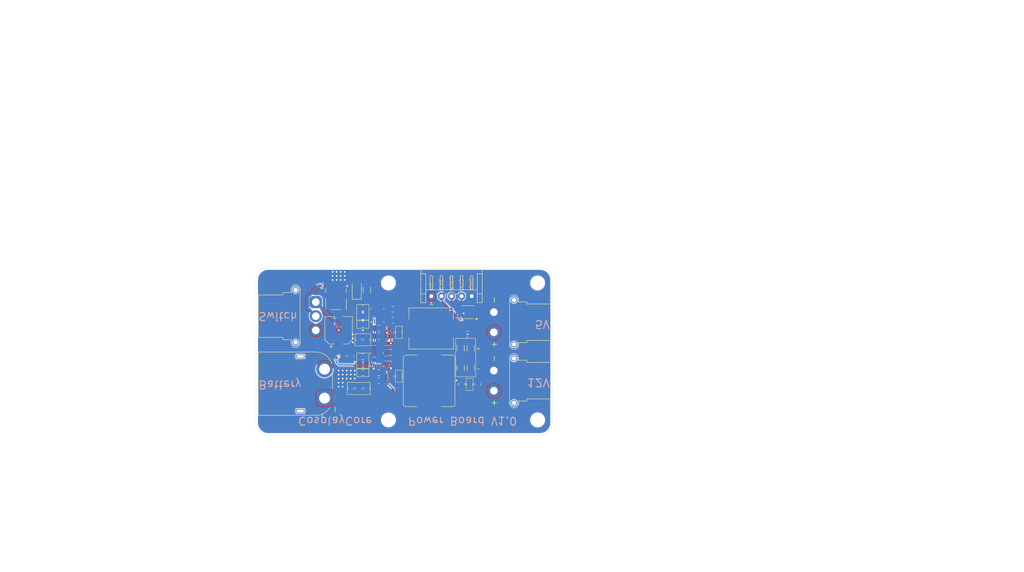
<source format=kicad_pcb>
(kicad_pcb (version 20241229) (generator "pcbnew") (generator_version "9.0")
  (layers (0 "F.Cu" signal) (2 "B.Cu" signal) (13 "F.Paste" user) (15 "B.Paste" user) (5 "F.SilkS" user "F.Silkscreen") (7 "B.SilkS" user "B.Silkscreen") (1 "F.Mask" user) (3 "B.Mask" user) (25 "Edge.Cuts" user))
  (net 0 "")
  (net 1 "+BATT")
  (net 2 "Net-(U1-BOOT)")
  (net 3 "+5V")
  (net 4 "Net-(U2-BOOT)")
  (net 5 "+12V")
  (net 6 "Net-(J1-Pin_1)")
  (net 7 "Net-(Q1-G)")
  (net 8 "Net-(U1-FB)")
  (net 9 "Net-(U2-FB)")
  (net 10 "PGND")
  (net 11 "Net-(U1-SS)")
  (net 12 "/I2C_Dat")
  (net 13 "/I2C_CLK")
  (net 14 "Net-(U3-VIN)")
  (net 15 "+3V3")
  (net 16 "AGND")
  (net 17 "/ADR1")
  (net 18 "/ADR0")
  (net 20 "Net-(U2-SS)")
  (net 21 "Net-(U2-SW)")
  (net 22 "Net-(D1-A)")
  (net 23 "/EN")
  (net 24 "Net-(U1-MODE)")
  (net 25 "Net-(U2-MODE)")
  (net 28 "Net-(U1-SW)")
  (footprint "Connector_JST:JST_EH_S5B-EH_1x05_P2.50mm_Horizontal" (layer "F.Cu") (at 131.5 87.5325)
    (property "Reference" "J4" (hide yes))
    (property "Value" "I2C")
  )
  (footprint "Capacitor_SMD:CP_Elec_6.3x7.7" (layer "F.Cu") (at 108.5 96 90)
    (property "Reference" "C1" (hide yes))
    (property "Value" "150u")
  )
  (footprint "Capacitor_SMD:C_0805_2012Metric" (layer "F.Cu") (at 114.504002 104.545998)
    (property "Reference" "C11" (hide yes))
    (property "Value" "22u")
  )
  (footprint "footprints:RPA0010A-MFG" (layer "F.Cu") (at 117.954002 103.29 90)
    (property "Reference" "U2" (hide yes))
    (property "Value" "TPS56A37RPAR")
  )
  (footprint "Package_SO:ONSemi_SO-8FL_488AA" (layer "F.Cu") (at 107.85 87.755 -90)
    (property "Reference" "Q1" (hide yes))
    (property "Value" "NTMFS5C430NLT1G")
  )
  (footprint "Capacitor_SMD:C_0805_2012Metric" (layer "F.Cu") (at 115.5 110.45 90)
    (property "Reference" "C18" (hide yes))
    (property "Value" "10u")
  )
  (footprint "Resistor_SMD:R_0805_2012Metric" (layer "F.Cu") (at 111.5 102.4125 90)
    (property "Reference" "R2" (hide yes))
    (property "Value" "10k")
  )
  (footprint "Capacitor_SMD:C_0805_2012Metric" (layer "F.Cu") (at 121.45 104.425)
    (property "Reference" "C13" (hide yes))
    (property "Value" "22n")
  )
  (footprint "Resistor_SMD:R_0805_2012Metric" (layer "F.Cu") (at 118.454002 97.5)
    (property "Reference" "R3" (hide yes))
    (property "Value" "52.3k")
  )
  (footprint "MountingHole:MountingHole_3.2mm_M3" (layer "F.Cu") (at 120.85 118.25)
    (property "Reference" "H2" (hide yes))
    (property "Value" "MountingHole")
  )
  (footprint "Resistor_SMD:R_1206_3216Metric" (layer "F.Cu") (at 138.75 100.4625 -90)
    (property "Reference" "R11" (hide yes))
    (property "Value" "10k")
  )
  (footprint "Resistor_SMD:R_0805_2012Metric" (layer "F.Cu") (at 109.5 102.4125 -90)
    (property "Reference" "R1" (hide yes))
    (property "Value" "115k")
  )
  (footprint "Resistor_SMD:R_1206_3216Metric" (layer "F.Cu") (at 141.25 100.4625 -90)
    (property "Reference" "R13" (hide yes))
    (property "Value" "10k")
  )
  (footprint "Capacitor_SMD:C_0805_2012Metric" (layer "F.Cu") (at 114.504002 90.5)
    (property "Reference" "C2" (hide yes))
    (property "Value" "10u")
  )
  (footprint "Capacitor_SMD:C_0805_2012Metric" (layer "F.Cu") (at 114.504002 106.545998)
    (property "Reference" "C12" (hide yes))
    (property "Value" "100n")
  )
  (footprint "Capacitor_SMD:C_0805_2012Metric" (layer "F.Cu") (at 113.454002 98.3 90)
    (property "Reference" "C8" (hide yes))
    (property "Value" "22u")
  )
  (footprint "MountingHole:MountingHole_3.2mm_M3" (layer "F.Cu") (at 157.85 118.25)
    (property "Reference" "H4" (hide yes))
    (property "Value" "MountingHole")
  )
  (footprint "Capacitor_SMD:C_0805_2012Metric" (layer "F.Cu") (at 139 109.375 -90)
    (property "Reference" "C19" (hide yes))
    (property "Value" "100n")
  )
  (footprint "Resistor_SMD:R_0805_2012Metric" (layer "F.Cu") (at 123.454002 96.5 90)
    (property "Reference" "R5" (hide yes))
    (property "Value" "10k")
  )
  (footprint "Resistor_SMD:R_0805_2012Metric" (layer "F.Cu") (at 141 109.4125 90)
    (property "Reference" "R10" (hide yes))
    (property "Value" "10k")
  )
  (footprint "Resistor_SMD:R_0805_2012Metric" (layer "F.Cu") (at 121.454002 96.5 -90)
    (property "Reference" "R4" (hide yes))
    (property "Value" "73.2k")
  )
  (footprint "Inductor_SMD:L_APV_APH1030" (layer "F.Cu") (at 131.454002 95.545998)
    (property "Reference" "L1" (hide yes))
    (property "Value" "3.3u")
  )
  (footprint "Package_SO:MSOP-8_3x3mm_P0.65mm" (layer "F.Cu") (at 140.5 91.5 180)
    (property "Reference" "U3" (hide yes))
    (property "Value" "ADC081C021CIMM")
  )
  (footprint "Capacitor_SMD:C_0805_2012Metric" (layer "F.Cu") (at 114.504002 102.545998)
    (property "Reference" "C10" (hide yes))
    (property "Value" "22u")
  )
  (footprint "Connector_AMASS:AMASS_XT30PW-F_1x02_P2.50mm_Horizontal" (layer "F.Cu") (at 147 91.5 -90)
    (property "Reference" "J2" (hide yes))
    (property "Value" "Conn_01x02_Socket")
  )
  (footprint "Resistor_SMD:R_0805_2012Metric" (layer "F.Cu") (at 118.454002 108.5)
    (property "Reference" "R6" (hide yes))
    (property "Value" "52.3k")
  )
  (footprint "Capacitor_SMD:C_0805_2012Metric" (layer "F.Cu") (at 118.454002 106.5 180)
    (property "Reference" "C15" (hide yes))
    (property "Value" "33p")
  )
  (footprint "Capacitor_SMD:C_0805_2012Metric" (layer "F.Cu") (at 140.45 97)
    (property "Reference" "C20" (hide yes))
    (property "Value" "4.7u")
  )
  (footprint "Capacitor_SMD:C_0805_2012Metric" (layer "F.Cu") (at 121.404002 101.5 180)
    (property "Reference" "C14" (hide yes))
    (property "Value" "100n")
  )
  (footprint "Capacitor_SMD:C_0805_2012Metric" (layer "F.Cu") (at 115.454002 98.3 90)
    (property "Reference" "C9" (hide yes))
    (property "Value" "22u")
  )
  (footprint "Connector_AMASS:AMASS_MR30PW-FB_1x03_P3.50mm_Horizontal" (layer "F.Cu") (at 102.825 89 90)
    (property "Reference" "SW1" (hide yes))
    (property "Value" "SW_SPDT")
  )
  (footprint "Resistor_SMD:R_1206_3216Metric" (layer "F.Cu") (at 138.75 105.3875 -90)
    (property "Reference" "R12" (hide yes))
    (property "Value" "10k")
  )
  (footprint "Capacitor_SMD:C_0805_2012Metric" (layer "F.Cu") (at 111.49 110.45 90)
    (property "Reference" "C16" (hide yes))
    (property "Value" "10u")
  )
  (footprint "Capacitor_SMD:C_0805_2012Metric" (layer "F.Cu") (at 114.504002 92.5)
    (property "Reference" "C3" (hide yes))
    (property "Value" "10u")
  )
  (footprint "Resistor_SMD:R_0805_2012Metric" (layer "F.Cu") (at 123.454002 107.4125 90)
    (property "Reference" "R8" (hide yes))
    (property "Value" "10k")
  )
  (footprint "footprints:RPA0010A-MFG" (layer "F.Cu") (at 118.104001 92.29 90)
    (property "Reference" "U1" (hide yes))
    (property "Value" "TPS56A37RPAR")
  )
  (footprint "Resistor_SMD:R_1206_3216Metric" (layer "F.Cu") (at 115.5 86 90)
    (property "Reference" "R15" (hide yes))
    (property "Value" "80")
  )
  (footprint "MountingHole:MountingHole_3.2mm_M3" (layer "F.Cu") (at 120.85 84.25)
    (property "Reference" "H1" (hide yes))
    (property "Value" "MountingHole")
  )
  (footprint "Resistor_SMD:R_0805_2012Metric" (layer "F.Cu") (at 121.454002 107.4125 -90)
    (property "Reference" "R7" (hide yes))
    (property "Value" "191k")
  )
  (footprint "MountingHole:MountingHole_3.2mm_M3" (layer "F.Cu") (at 157.85 84.25)
    (property "Reference" "H3" (hide yes))
    (property "Value" "MountingHole")
  )
  (footprint "Capacitor_SMD:C_0805_2012Metric" (layer "F.Cu") (at 118.454002 95.5 180)
    (property "Reference" "C7" (hide yes))
    (property "Value" "150p")
  )
  (footprint "Connector_AMASS:AMASS_XT30PW-F_1x02_P2.50mm_Horizontal" (layer "F.Cu") (at 147 106 -90)
    (property "Reference" "J3" (hide yes))
    (property "Value" "Conn_01x02_Socket")
  )
  (footprint "Connector_AMASS:AMASS_XT60PW-M_1x02_P7.20mm_Horizontal" (layer "F.Cu") (at 105 112.85 90)
    (property "Reference" "J1" (hide yes))
    (property "Value" "Conn_01x02_Pin")
  )
  (footprint "Capacitor_SMD:C_0805_2012Metric" (layer "F.Cu") (at 121.954002 90.75 180)
    (property "Reference" "C6" (hide yes))
    (property "Value" "100n")
  )
  (footprint "Capacitor_SMD:C_0805_2012Metric" (layer "F.Cu") (at 113.5 110.45 90)
    (property "Reference" "C17" (hide yes))
    (property "Value" "10u")
  )
  (footprint "Resistor_SMD:R_1206_3216Metric" (layer "F.Cu") (at 141.25 105.3875 -90)
    (property "Reference" "R14" (hide yes))
    (property "Value" "10k")
  )
  (footprint "Resistor_SMD:R_0805_2012Metric" (layer "F.Cu") (at 143 109.4125 -90)
    (property "Reference" "R9" (hide yes))
    (property "Value" "39k")
  )
  (footprint "Capacitor_SMD:C_0805_2012Metric" (layer "F.Cu") (at 121.904002 93.5)
    (property "Reference" "C5" (hide yes))
    (property "Value" "22n")
  )
  (footprint "Inductor_SMD:L_TaiTech_TMPC1265_13.5x12.5mm" (layer "F.Cu") (at 130.954002 108.55 -90)
    (property "Reference" "L2" (hide yes))
    (property "Value" "6.8u")
  )
  (footprint "LED_SMD:LED_1206_3216Metric" (layer "F.Cu") (at 113 86 90)
    (property "Reference" "D1" (hide yes))
    (property "Value" "LED")
  )
  (footprint "Capacitor_SMD:C_0805_2012Metric" (layer "F.Cu") (at 114.504002 94.5)
    (property "Reference" "C4" (hide yes))
    (property "Value" "100n")
  )
  (footprint "NetTie:NetTie-2_SMD_Pad0.5mm" (layer "B.Cu") (at 122 105.5)
    (property "Reference" "NT1" (hide yes))
    (property "Value" "NetTie_2" (hide yes))
  )
  (gr_rect (start 113.004002 101.65) (end 116.004002 105.55) (stroke (width 0.1)) (fill no) (layer "F.SilkS"))
  (gr_rect (start 137.5 98) (end 142.5 107.5) (stroke (width 0.1)) (fill no) (layer "F.SilkS"))
  (gr_rect (start 140.1 107.9) (end 141.9 110.9) (stroke (width 0.1)) (fill no) (layer "F.SilkS"))
  (gr_rect (start 113 105.5) (end 116 107.5) (stroke (width 0.1)) (fill no) (layer "F.SilkS"))
  (gr_rect (start 113.004002 89.6) (end 116.004002 93.5) (stroke (width 0.1)) (fill no) (layer "F.SilkS"))
  (gr_rect (start 113 93.5) (end 116 95.5) (stroke (width 0.1)) (fill no) (layer "F.SilkS"))
  (gr_rect (start 110.65 108.95) (end 116.35 111.95) (stroke (width 0.1)) (fill no) (layer "F.SilkS"))
  (gr_rect (start 112.55 96.85) (end 116.45 99.85) (stroke (width 0.1)) (fill no) (layer "F.SilkS"))
  (gr_rect (start 122.6 105.9) (end 124.3 108.9) (stroke (width 0.1)) (fill no) (layer "F.SilkS"))
  (gr_rect (start 122.6 95) (end 124.3 98) (stroke (width 0.1)) (fill no) (layer "F.SilkS"))
  (gr_arc (start 161.5 119) (mid 160.62132 121.12132) (end 158.5 122) (stroke (width 0.05)) (layer "Edge.Cuts"))
  (gr_line (start 158.5 122) (end 91 122) (stroke (width 0.05)) (layer "Edge.Cuts"))
  (gr_line (start 88 119) (end 88 83.5) (stroke (width 0.05)) (layer "Edge.Cuts"))
  (gr_arc (start 158.5 80.5) (mid 160.62132 81.37868) (end 161.5 83.5) (stroke (width 0.05)) (layer "Edge.Cuts"))
  (gr_line (start 161.5 83.5) (end 161.5 119) (stroke (width 0.05)) (layer "Edge.Cuts"))
  (gr_arc (start 88 83.5) (mid 88.87868 81.37868) (end 91 80.5) (stroke (width 0.05)) (layer "Edge.Cuts"))
  (gr_line (start 91 80.5) (end 158.5 80.5) (stroke (width 0.05)) (layer "Edge.Cuts"))
  (gr_arc (start 91 122) (mid 88.87868 121.12132) (end 88 119) (stroke (width 0.05)) (layer "Edge.Cuts"))
  (gr_text "+" (at 142.5 100.5 0) (layer "F.SilkS") (effects (font (size 1 1) (thickness 0.1)) (justify left)))
  (gr_text "-" (at 142.5 105.5 0) (layer "F.SilkS") (effects (font (size 1 1) (thickness 0.1)) (justify left)))
  (gr_text "Data" (at 136.5 86 90) (layer "B.SilkS") (effects (font (size 1 1) (thickness 0.1)) (justify right mirror)))
  (gr_text "Switch" (at 88.5 92.5 180) (layer "B.SilkS") (effects (font (size 2 2) (thickness 0.25)) (justify left mirror)))
  (gr_text "3V3" (at 134 86 90) (layer "B.SilkS") (effects (font (size 1 1) (thickness 0.1)) (justify right mirror)))
  (gr_text " Power Board V1.0" (at 124 118.5 180) (layer "B.SilkS") (effects (font (size 2 2) (thickness 0.25)) (justify left mirror)))
  (gr_text "CosplayCore" (at 117 118.5 180) (layer "B.SilkS") (effects (font (size 2 2) (thickness 0.25)) (justify right mirror)))
  (gr_text "5V" (at 161 94.5 180) (layer "B.SilkS") (effects (font (size 2 2) (thickness 0.25)) (justify right mirror)))
  (gr_text "GND" (at 141.5 86 90) (layer "B.SilkS") (effects (font (size 1 1) (thickness 0.1)) (justify right mirror)))
  (gr_text "5V" (at 131.5 86 90) (layer "B.SilkS") (effects (font (size 1 1) (thickness 0.1)) (justify right mirror)))
  (gr_text "Battery" (at 88.5 109.5 180) (layer "B.SilkS") (effects (font (size 2 2) (thickness 0.25)) (justify left mirror)))
  (gr_text "12V" (at 161 109 180) (layer "B.SilkS") (effects (font (size 2 2) (thickness 0.25)) (justify right mirror)))
  (gr_text "CLK" (at 139 86 90) (layer "B.SilkS") (effects (font (size 1 1) (thickness 0.1)) (justify right mirror)))
  (segment (start 118.476 100.274) (end 133.092498 100.274) (width 0.8) (layer "F.Cu") (net 1))
  (segment (start 113.554002 90.5) (end 113.554002 92.5) (width 0.8) (layer "F.Cu") (net 1))
  (segment (start 141.906502 105.5) (end 143 106.593498) (width 0.8) (layer "F.Cu") (net 1))
  (segment (start 138.318498 105.5) (end 141.906502 105.5) (width 0.8) (layer "F.Cu") (net 1))
  (segment (start 117.304002 101.445998) (end 118.476 100.274) (width 0.8) (layer "F.Cu") (net 1))
  (segment (start 108.5 98.7) (end 108.5 96) (width 0.8) (layer "F.Cu") (net 1))
  (segment (start 108.5 100.5) (end 109.5 101.5) (width 0.8) (layer "F.Cu") (net 1))
  (segment (start 113.554002 104.545998) (end 113.554002 106.545998) (width 0.8) (layer "F.Cu") (net 1))
  (segment (start 113.554002 102.545998) (end 113.554002 104.545998) (width 0.8) (layer "F.Cu") (net 1))
  (segment (start 133.092498 100.274) (end 138.318498 105.5) (width 0.8) (layer "F.Cu") (net 1))
  (segment (start 108.5 98.7) (end 108.5 100.5) (width 0.8) (layer "F.Cu") (net 1))
  (segment (start 113.554002 92.5) (end 113.554002 94.5) (width 0.8) (layer "F.Cu") (net 1))
  (segment (start 143 106.593498) (end 143 108.5) (width 0.8) (layer "F.Cu") (net 1))
  (via (at 108.5 96) (size 0.6) (drill 0.4) (layers "F.Cu" "B.Cu") (net 1))
  (segment (start 108.5 94.675) (end 102.825 89) (width 0.8) (layer "B.Cu") (net 1))
  (segment (start 108.5 96) (end 108.5 94.675) (width 0.8) (layer "B.Cu") (net 1))
  (segment (start 119.899001 90.75) (end 119.504003 91.144998) (width 0.8) (layer "F.Cu") (net 2))
  (segment (start 121.004002 90.75) (end 119.899001 90.75) (width 0.8) (layer "F.Cu") (net 2))
  (segment (start 113.454002 99.25) (end 115.454002 99.25) (width 0.8) (layer "F.Cu") (net 3))
  (segment (start 115.5 87.4625) (end 131.43 87.4625) (width 0.8) (layer "F.Cu") (net 3))
  (segment (start 131.43 87.4625) (end 131.5 87.5325) (width 0.8) (layer "F.Cu") (net 3))
  (segment (start 119.404002 95.5) (end 120.454002 95.5) (width 0.4) (layer "F.Cu") (net 3))
  (segment (start 132.5 99.25) (end 136.204002 95.545998) (width 0.8) (layer "F.Cu") (net 3))
  (segment (start 115.454002 99.25) (end 121.454002 99.25) (width 0.8) (layer "F.Cu") (net 3))
  (segment (start 120.454002 95.5) (end 121.366502 95.5) (width 0.4) (layer "F.Cu") (net 3))
  (segment (start 121.454002 99.25) (end 132.5 99.25) (width 0.8) (layer "F.Cu") (net 3))
  (segment (start 121.366502 95.5) (end 121.454002 95.5875) (width 0.4) (layer "F.Cu") (net 3))
  (via (at 121.454002 99.25) (size 0.6) (drill 0.4) (layers "F.Cu" "B.Cu") (net 3))
  (via (at 120.454002 95.5) (size 0.4) (drill 0.3) (layers "F.Cu" "B.Cu") (net 3))
  (segment (start 121.454002 96.5) (end 120.454002 95.5) (width 0.4) (layer "B.Cu") (net 3))
  (segment (start 121.454002 96.5) (end 121.454002 99.25) (width 0.4) (layer "B.Cu") (net 3))
  (segment (start 120.454002 101.5) (end 119.809004 102.144998) (width 0.8) (layer "F.Cu") (net 4))
  (segment (start 119.809004 102.144998) (end 119.354002 102.144998) (width 0.8) (layer "F.Cu") (net 4))
  (segment (start 120.454002 106.5) (end 121.454002 106.5) (width 0.4) (layer "F.Cu") (net 5))
  (segment (start 115.5 111.4) (end 113.5 111.4) (width 0.8) (layer "F.Cu") (net 5))
  (segment (start 111.49 111.4) (end 113.5 111.4) (width 0.8) (layer "F.Cu") (net 5))
  (segment (start 119.404002 106.5) (end 120.454002 106.5) (width 0.4) (layer "F.Cu") (net 5))
  (via (at 120.454002 106.5) (size 0.4) (drill 0.3) (layers "F.Cu" "B.Cu") (net 5))
  (via (at 122.5 111) (size 0.4) (drill 0.3) (layers "F.Cu" "B.Cu") (net 5))
  (segment (start 122.454002 111) (end 120.454002 109) (width 0.4) (layer "B.Cu") (net 5))
  (segment (start 122.5 111) (end 122.454002 111) (width 0.4) (layer "B.Cu") (net 5))
  (segment (start 120.454002 109) (end 120.454002 106.5) (width 0.4) (layer "B.Cu") (net 5))
  (segment (start 104.5 85) (end 105.93725 85) (width 0.8) (layer "F.Cu") (net 7))
  (segment (start 105.93725 85) (end 105.945 85.00775) (width 0.8) (layer "F.Cu") (net 7))
  (via (at 104.5 85) (size 0.6) (drill 0.4) (layers "F.Cu" "B.Cu") (net 7))
  (segment (start 100.824 90.499) (end 100.824 87.731818) (width 0.8) (layer "B.Cu") (net 7))
  (segment (start 102.825 92.5) (end 100.824 90.499) (width 0.8) (layer "B.Cu") (net 7))
  (segment (start 103.555818 85) (end 104.5 85) (width 0.8) (layer "B.Cu") (net 7))
  (segment (start 100.824 87.731818) (end 103.555818 85) (width 0.8) (layer "B.Cu") (net 7))
  (segment (start 118.868842 98.501) (end 120.365502 98.501) (width 0.4) (layer "F.Cu") (net 8))
  (segment (start 117.504002 95.5) (end 117.854003 95.149999) (width 0.4) (layer "F.Cu") (net 8))
  (segment (start 120.365502 98.501) (end 121.454002 97.4125) (width 0.4) (layer "F.Cu") (net 8))
  (segment (start 118.355002 97.98716) (end 118.868842 98.501) (width 0.4) (layer "F.Cu") (net 8))
  (segment (start 122.954002 97.5) (end 123.041502 97.4125) (width 0.4) (layer "F.Cu") (net 8))
  (segment (start 117.504002 95.5) (end 118.355002 96.351) (width 0.4) (layer "F.Cu") (net 8))
  (segment (start 118.355002 96.351) (end 118.355002 97.98716) (width 0.4) (layer "F.Cu") (net 8))
  (segment (start 121.454002 97.4125) (end 123.454002 97.4125) (width 0.4) (layer "F.Cu") (net 8))
  (segment (start 123.454002 97.4125) (end 123.041502 97.4125) (width 0.4) (layer "F.Cu") (net 8))
  (segment (start 117.854003 95.149999) (end 117.854003 93.69) (width 0.4) (layer "F.Cu") (net 8))
  (segment (start 118.868842 109.501) (end 118.355002 108.98716) (width 0.4) (layer "F.Cu") (net 9))
  (segment (start 121.454002 108.325) (end 123.454002 108.325) (width 0.4) (layer "F.Cu") (net 9))
  (segment (start 121.454002 108.325) (end 120.278002 109.501) (width 0.4) (layer "F.Cu") (net 9))
  (segment (start 118.355002 108.98716) (end 118.355002 107.351) (width 0.4) (layer "F.Cu") (net 9))
  (segment (start 117.704002 106.3) (end 117.504002 106.5) (width 0.4) (layer "F.Cu") (net 9))
  (segment (start 120.278002 109.501) (end 118.868842 109.501) (width 0.4) (layer "F.Cu") (net 9))
  (segment (start 118.355002 107.351) (end 117.504002 106.5) (width 0.4) (layer "F.Cu") (net 9))
  (segment (start 117.704002 104.69) (end 117.704002 106.3) (width 0.4) (layer "F.Cu") (net 9))
  (segment (start 137.725 108.425) (end 139 108.425) (width 0.8) (layer "F.Cu") (net 10))
  (segment (start 111.231 88) (end 111.231 87.5) (width 0.8) (layer "F.Cu") (net 10))
  (segment (start 107.215 85.00775) (end 108.485 85.00775) (width 0.8) (layer "F.Cu") (net 10))
  (segment (start 115.454002 104.545998) (end 115.454002 106.545998) (width 0.8) (layer "F.Cu") (net 10))
  (segment (start 115.454002 90.5) (end 115.454002 92.5) (width 0.8) (layer "F.Cu") (net 10))
  (segment (start 139 108.425) (end 139 107.1) (width 0.8) (layer "F.Cu") (net 10))
  (segment (start 138.3875 91.825) (end 139.5 91.825) (width 0.4) (layer "F.Cu") (net 10))
  (segment (start 139.075 108.5) (end 139 108.425) (width 0.8) (layer "F.Cu") (net 10))
  (segment (start 111.231 86.5) (end 111.231 86.48375) (width 0.8) (layer "F.Cu") (net 10))
  (segment (start 141.4 97) (end 140.5 97) (width 0.4) (layer "F.Cu") (net 10))
  (segment (start 138.75 106.85) (end 141.25 106.85) (width 0.8) (layer "F.Cu") (net 10))
  (segment (start 111.231 90.758516) (end 108.689516 93.3) (width 0.8) (layer "F.Cu") (net 10))
  (segment (start 139 107.1) (end 138.75 106.85) (width 0.8) (layer "F.Cu") (net 10))
  (segment (start 111.49 109.5) (end 113.5 109.5) (width 0.8) (layer "F.Cu") (net 10))
  (segment (start 111.231 86.48375) (end 109.755 85.00775) (width 0.8) (layer "F.Cu") (net 10))
  (segment (start 115.454002 97.35) (end 114.5 97.35) (width 0.8) (layer "F.Cu") (net 10))
  (segment (start 111.231 87.5) (end 111.231 86.5) (width 0.8) (layer "F.Cu") (net 10))
  (segment (start 114.5 97.35) (end 113.454002 97.35) (width 0.8) (layer "F.Cu") (net 10))
  (segment (start 117.304001 103.5) (end 115.404002 103.5) (width 0.4) (layer "F.Cu") (net 10))
  (segment (start 115.454002 103.545998) (end 115.454002 104.545998) (width 0.8) (layer "F.Cu") (net 10))
  (segment (start 141 108.5) (end 139.075 108.5) (width 0.8) (layer "F.Cu") (net 10))
  (segment (start 111.331 87.4) (end 113 87.4) (width 0.8) (layer "F.Cu") (net 10))
  (segment (start 111.231 87.5) (end 111.331 87.4) (width 0.8) (layer "F.Cu") (net 10))
  (segment (start 115.454002 102.545998) (end 115.454002 103.545998) (width 0.8) (layer "F.Cu") (net 10))
  (segment (start 115.454002 92.5) (end 115.454002 94.5) (width 0.8) (layer "F.Cu") (net 10))
  (segment (start 108.689516 93.3) (end 108.5 93.3) (width 0.8) (layer "F.Cu") (net 10))
  (segment (start 108.485 85.00775) (end 109.755 85.00775) (width 0.8) (layer "F.Cu") (net 10))
  (segment (start 115.454002 94.5) (end 115.454002 97.35) (width 0.8) (layer "F.Cu") (net 10))
  (segment (start 113.5 109.5) (end 115.5 109.5) (width 0.8) (layer "F.Cu") (net 10))
  (segment (start 111.231 90.758516) (end 111.231 89.5) (width 0.8) (layer "F.Cu") (net 10))
  (segment (start 111.231 89.5) (end 111.231 88) (width 0.8) (layer "F.Cu") (net 10))
  (via (at 112 98) (size 0.6) (drill 0.4) (layers "F.Cu" "B.Cu") (net 10))
  (via (at 111.5 108) (size 0.6) (drill 0.4) (layers "F.Cu" "B.Cu") (net 10))
  (via (at 110.5 108) (size 0.6) (drill 0.4) (layers "F.Cu" "B.Cu") (net 10))
  (via (at 108.5 110) (size 0.6) (drill 0.4) (layers "F.Cu" "B.Cu") (net 10))
  (via (at 112.5 106) (size 0.6) (drill 0.4) (layers "F.Cu" "B.Cu") (net 10))
  (via (at 107 82.5) (size 0.6) (drill 0.4) (layers "F.Cu" "B.Cu") (net 10))
  (via (at 108.5 108) (size 0.6) (drill 0.4) (layers "F.Cu" "B.Cu") (net 10))
  (via (at 137.725 108.425) (size 0.6) (drill 0.4) (layers "F.Cu" "B.Cu") (net 10))
  (via (at 111.5 107) (size 0.6) (drill 0.4) (layers "F.Cu" "B.Cu") (net 10))
  (via (at 109.5 106) (size 0.6) (drill 0.4) (layers "F.Cu" "B.Cu") (net 10))
  (via (at 114.5 93.5) (size 0.6) (drill 0.4) (layers "F.Cu" "B.Cu") (net 10))
  (via (at 108 82.5) (size 0.6) (drill 0.4) (layers "F.Cu" "B.Cu") (net 10))
  (via (at 109.5 107) (size 0.6) (drill 0.4) (layers "F.Cu" "B.Cu") (net 10))
  (via (at 114.5 91.5) (size 0.6) (drill 0.4) (layers "F.Cu" "B.Cu") (net 10))
  (via (at 107 81.5) (size 0.6) (drill 0.4) (layers "F.Cu" "B.Cu") (net 10))
  (via (at 140.5 97) (size 0.6) (drill 0.4) (layers "F.Cu" "B.Cu") (net 10))
  (via (at 108 83.5) (size 0.6) (drill 0.4) (layers "F.Cu" "B.Cu") (net 10))
  (via (at 109.5 109) (size 0.6) (drill 0.4) (layers "F.Cu" "B.Cu") (net 10))
  (via (at 108.5 106) (size 0.6) (drill 0.4) (layers "F.Cu" "B.Cu") (net 10))
  (via (at 109 82.5) (size 0.6) (drill 0.4) (layers "F.Cu" "B.Cu") (net 10))
  (via (at 110.5 106) (size 0.6) (drill 0.4) (layers "F.Cu" "B.Cu") (net 10))
  (via (at 109.5 110) (size 0.6) (drill 0.4) (layers "F.Cu" "B.Cu") (net 10))
  (via (at 109 81.5) (size 0.6) (drill 0.4) (layers "F.Cu" "B.Cu") (net 10))
  (via (at 110.5 107) (size 0.6) (drill 0.4) (layers "F.Cu" "B.Cu") (net 10))
  (via (at 107 83.5) (size 0.6) (drill 0.4) (layers "F.Cu" "B.Cu") (net 10))
  (via (at 108.5 107) (size 0.6) (drill 0.4) (layers "F.Cu" "B.Cu") (net 10))
  (via (at 110 83.5) (size 0.6) (drill 0.4) (layers "F.Cu" "B.Cu") (net 10))
  (via (at 110 81.5) (size 0.6) (drill 0.4) (layers "F.Cu" "B.Cu") (net 10))
  (via (at 108.5 109) (size 0.6) (drill 0.4) (layers "F.Cu" "B.Cu") (net 10))
  (via (at 109 83.5) (size 0.6) (drill 0.4) (layers "F.Cu" "B.Cu") (net 10))
  (via (at 112 97) (size 0.6) (drill 0.4) (layers "F.Cu" "B.Cu") (net 10))
  (via (at 112 99) (size 0.6) (drill 0.4) (layers "F.Cu" "B.Cu") (net 10))
  (via (at 109.5 108) (size 0.6) (drill 0.4) (layers "F.Cu" "B.Cu") (net 10))
  (via (at 111.5 106) (size 0.6) (drill 0.4) (layers "F.Cu" "B.Cu") (net 10))
  (via (at 112.5 108) (size 0.6) (drill 0.4) (layers "F.Cu" "B.Cu") (net 10))
  (via (at 110 82.5) (size 0.6) (drill 0.4) (layers "F.Cu" "B.Cu") (net 10))
  (via (at 139.5 91.825) (size 0.6) (drill 0.4) (layers "F.Cu" "B.Cu") (net 10))
  (via (at 112.5 107) (size 0.6) (drill 0.4) (layers "F.Cu" "B.Cu") (net 10))
  (via (at 114.5 96) (size 0.6) (drill 0.4) (layers "F.Cu" "B.Cu") (net 10))
  (via (at 108 81.5) (size 0.6) (drill 0.4) (layers "F.Cu" "B.Cu") (net 10))
  (segment (start 119.504003 93.220001) (end 120.734001 93.220001) (width 0.4) (layer "F.Cu") (net 11))
  (segment (start 120.734001 93.220001) (end 120.954002 93) (width 0.4) (layer "F.Cu") (net 11))
  (segment (start 138.3875 92.475) (end 137.65513 92.475) (width 0.4) (layer "F.Cu") (net 12))
  (segment (start 136.5 91.31987) (end 136.5 87.5325) (width 0.4) (layer "F.Cu") (net 12))
  (segment (start 137.65513 92.475) (end 136.5 91.31987) (width 0.4) (layer "F.Cu") (net 12))
  (segment (start 141.800001 92.475) (end 142.6125 92.475) (width 0.4) (layer "F.Cu") (net 13))
  (segment (start 139 89.674999) (end 141.800001 92.475) (width 0.4) (layer "F.Cu") (net 13))
  (segment (start 139 87.5325) (end 139 89.674999) (width 0.4) (layer "F.Cu") (net 13))
  (segment (start 141 110.325) (end 139 110.325) (width 0.4) (layer "F.Cu") (net 14))
  (segment (start 144.227 109.098) (end 143 110.325) (width 0.4) (layer "F.Cu") (net 14))
  (segment (start 143.403391 90.525) (end 144.227 91.34861) (width 0.4) (layer "F.Cu") (net 14))
  (segment (start 141 110.325) (end 143 110.325) (width 0.4) (layer "F.Cu") (net 14))
  (segment (start 144.227 91.34861) (end 144.227 109.098) (width 0.4) (layer "F.Cu") (net 14))
  (segment (start 142.6125 90.525) (end 143.403391 90.525) (width 0.4) (layer "F.Cu") (net 14))
  (segment (start 138.3875 90.525) (end 137.849 89.9865) (width 0.4) (layer "F.Cu") (net 15))
  (segment (start 139 96.5) (end 139.5 97) (width 0.4) (layer "F.Cu") (net 15))
  (segment (start 136.97676 86.2565) (end 135.276 86.2565) (width 0.4) (layer "F.Cu") (net 15))
  (segment (start 138.75 99) (end 140 99) (width 0.8) (layer "F.Cu") (net 15))
  (segment (start 137.849 89.9865) (end 137.849 87.12874) (width 0.4) (layer "F.Cu") (net 15))
  (segment (start 138.75 97.75) (end 139.5 97) (width 0.8) (layer "F.Cu") (net 15))
  (segment (start 138.75 99) (end 138.75 97.75) (width 0.8) (layer "F.Cu") (net 15))
  (segment (start 135.276 86.2565) (end 134 87.5325) (width 0.4) (layer "F.Cu") (net 15))
  (segment (start 139 93.5) (end 139 96.5) (width 0.4) (layer "F.Cu") (net 15))
  (segment (start 140 99) (end 141.25 99) (width 0.8) (layer "F.Cu") (net 15))
  (segment (start 137.849 87.12874) (end 136.97676 86.2565) (width 0.4) (layer "F.Cu") (net 15))
  (via (at 139 93.5) (size 0.4) (drill 0.3) (layers "F.Cu" "B.Cu") (net 15))
  (segment (start 134 87.5325) (end 134 88.5) (width 0.4) (layer "B.Cu") (net 15))
  (segment (start 134 88.5) (end 139 93.5) (width 0.4) (layer "B.Cu") (net 15))
  (segment (start 108.5 102.5) (end 110.5 102.5) (width 0.3) (layer "F.Cu") (net 16))
  (segment (start 110.5 102.5) (end 111.5 101.5) (width 0.3) (layer "F.Cu") (net 16))
  (segment (start 122.854002 93) (end 122.854002 93.9605) (width 0.4) (layer "F.Cu") (net 16))
  (via (at 120.454002 96.6) (size 0.6) (drill 0.4) (layers "F.Cu" "B.Cu") (net 16))
  (via (at 108.5 102.5) (size 0.6) (drill 0.4) (layers "F.Cu" "B.Cu") (net 16))
  (via (at 121.454002 105.474) (size 0.6) (drill 0.4) (layers "F.Cu" "B.Cu") (net 16))
  (segment (start 108.5 104.5) (end 108 104) (width 0.3) (layer "B.Cu") (net 16))
  (segment (start 111.591001 104.591001) (end 120.337001 104.591001) (width 0.3) (layer "B.Cu") (net 16))
  (segment (start 120.454002 96.6) (end 120.454002 96.599) (width 0.4) (layer "B.Cu") (net 16))
  (segment (start 108.591001 104.591001) (end 108.5 104.5) (width 0.3) (layer "B.Cu") (net 16))
  (segment (start 120.337001 104.591001) (end 120.454002 104.474) (width 0.3) (layer "B.Cu") (net 16))
  (segment (start 120.454002 104.474) (end 120.454002 96.6) (width 0.4) (layer "B.Cu") (net 16))
  (segment (start 111.591001 104.591001) (end 108.591001 104.591001) (width 0.3) (layer "B.Cu") (net 16))
  (segment (start 108 104) (end 108 103) (width 0.3) (layer "B.Cu") (net 16))
  (segment (start 121.454002 105.474) (end 120.454002 104.474) (width 0.4) (layer "B.Cu") (net 16))
  (segment (start 108 103) (end 108.5 102.5) (width 0.3) (layer "B.Cu") (net 16))
  (segment (start 139.6135 101.0615) (end 138.75 101.925) (width 0.4) (layer "F.Cu") (net 17))
  (segment (start 142.426 93.830346) (end 142.426 99.54766) (width 0.4) (layer "F.Cu") (net 17))
  (segment (start 139.770654 91.175) (end 142.426 93.830346) (width 0.4) (layer "F.Cu") (net 17))
  (segment (start 138.75 101.925) (end 138.75 103.925) (width 0.8) (layer "F.Cu") (net 17))
  (segment (start 142.426 99.54766) (end 140.91216 101.0615) (width 0.4) (layer "F.Cu") (net 17))
  (segment (start 138.3875 91.175) (end 139.770654 91.175) (width 0.4) (layer "F.Cu") (net 17))
  (segment (start 140.91216 101.0615) (end 139.6135 101.0615) (width 0.4) (layer "F.Cu") (net 17))
  (segment (start 143.726 91.55613) (end 143.726 99.449) (width 0.4) (layer "F.Cu") (net 18))
  (segment (start 143.726 99.449) (end 141.25 101.925) (width 0.4) (layer "F.Cu") (net 18))
  (segment (start 141.25 101.925) (end 141.25 103.925) (width 0.8) (layer "F.Cu") (net 18))
  (segment (start 143.34487 91.175) (end 143.726 91.55613) (width 0.4) (layer "F.Cu") (net 18))
  (segment (start 142.6125 91.175) (end 143.34487 91.175) (width 0.4) (layer "F.Cu") (net 18))
  (segment (start 119.354002 104.220001) (end 120.299003 104.220001) (width 0.4) (layer "F.Cu") (net 20))
  (segment (start 120.474003 104.220001) (end 120.504002 104.25) (width 0.4) (layer "F.Cu") (net 20))
  (segment (start 120.299003 104.220001) (end 120.504002 104.425) (width 0.4) (layer "F.Cu") (net 20))
  (segment (start 115.5 84.5375) (end 113.0625 84.5375) (width 0.8) (layer "F.Cu") (net 22))
  (segment (start 113.0625 84.5375) (end 113 84.6) (width 0.8) (layer "F.Cu") (net 22))
  (segment (start 109.5 103.325) (end 111.5 103.325) (width 0.8) (layer "F.Cu") (net 23))
  (segment (start 112.175 104) (end 111.5 103.325) (width 0.3) (layer "F.Cu") (net 23))
  (segment (start 117.354 93.69) (end 117.354 93.090001) (width 0.3) (layer "F.Cu") (net 23))
  (segment (start 117.204001 104.69) (end 117.204001 104.090001) (width 0.3) (layer "F.Cu") (net 23))
  (segment (start 112.5 104) (end 112.175 104) (width 0.3) (layer "F.Cu") (net 23))
  (via (at 117.354 93.090001) (size 0.3) (drill 0.2) (layers "F.Cu" "B.Cu") (net 23))
  (via (at 117.204001 104.090001) (size 0.3) (drill 0.2) (layers "F.Cu" "B.Cu") (net 23))
  (via (at 112.5 104) (size 0.4) (drill 0.3) (layers "F.Cu" "B.Cu") (net 23))
  (segment (start 117.354 103.940002) (end 117.354 93.090001) (width 0.3) (layer "B.Cu") (net 23))
  (segment (start 117.294002 104) (end 117.204001 104.090001) (width 0.3) (layer "B.Cu") (net 23))
  (segment (start 117.204001 104.090001) (end 112.590001 104.090001) (width 0.3) (layer "B.Cu") (net 23))
  (segment (start 112.590001 104.090001) (end 112.5 104) (width 0.3) (layer "B.Cu") (net 23))
  (segment (start 117.204001 104.090001) (end 117.354 103.940002) (width 0.3) (layer "B.Cu") (net 23))
  (segment (start 117.541502 97.5) (end 116.704003 96.662501) (width 0.4) (layer "F.Cu") (net 24))
  (segment (start 116.704003 96.662501) (end 116.704003 93.220001) (width 0.4) (layer "F.Cu") (net 24))
  (segment (start 116.554002 107.5125) (end 117.541502 108.5) (width 0.4) (layer "F.Cu") (net 25))
  (segment (start 116.554002 104.220001) (end 116.554002 107.5125) (width 0.4) (layer "F.Cu") (net 25))
  (zone (net 16) (net_name "AGND") (layer "F.Cu") (priority 9) (connect_pads yes (clearance 0.1)) (min_thickness 0.25) (fill yes (thermal_gap 0.5) (thermal_bridge_width 0.5) (smoothing fillet) (radius 1))
    (polygon (pts (xy 118.1 93.4) (xy 118.1 98.4) (xy 124.3 98.4) (xy 124.212903 93.4)))
  )
  (zone (net 1) (net_name "+BATT") (layer "F.Cu") (priority 1) (connect_pads yes (clearance 0.2)) (min_thickness 0.25) (fill yes (thermal_gap 0.5) (thermal_bridge_width 0.5) (smoothing fillet) (radius 1))
    (polygon (pts (xy 109.3 88) (xy 109.3 95.1) (xy 107.756535 95.1) (xy 103 98.746677) (xy 103 105.7) (xy 107.1 105.7) (xy 108.3 102) (xy 112.3 102.006667) (xy 112.3 107.5) (xy 114.7 107.5) (xy 114.7 102.2) (xy 118.9 102.2) (xy 118.950001 99.5) (xy 111 99.5) (xy 111 97.25) (xy 111.75 96.5) (xy 114 96.5) (xy 114 89.8) (xy 116.1 89.8) (xy 116.1 91.5) (xy 118.499835 91.5) (xy 118.50176 88)))
  )
  (zone (net 28) (net_name "Net-(U1-SW)") (layer "F.Cu") (priority 2) (connect_pads yes (clearance 0.2)) (min_thickness 0.25) (fill yes (thermal_gap 0.5) (thermal_bridge_width 0.5) (smoothing fillet) (radius 1))
    (polygon (pts (xy 118 91.6) (xy 118 92.7) (xy 123.3 92.7) (xy 124.6 93.5) (xy 124.55 97.7) (xy 128.9 97.7) (xy 128.812986 90.999915) (xy 127.8 90) (xy 121.6 90) (xy 120.6 91.6)))
  )
  (zone (net 10) (net_name "PGND") (layer "F.Cu") (priority 4) (connect_pads yes (clearance 0.2)) (min_thickness 0.25) (fill yes (thermal_gap 0.5) (thermal_bridge_width 0.5) (smoothing fillet) (radius 1))
    (polygon (pts (xy 106.5 86) (xy 110.5 86) (xy 110.5 81) (xy 106.5 81)))
  )
  (zone (net 10) (net_name "PGND") (layer "F.Cu") (priority 6) (connect_pads yes (clearance 0.2)) (min_thickness 0.25) (fill yes (thermal_gap 0.5) (thermal_bridge_width 0.5) (smoothing fillet) (radius 1))
    (polygon (pts (xy 118 91.6) (xy 118 93) (xy 116.2 93) (xy 116.2 98.6) (xy 112.5 98.6) (xy 112.5 99.5) (xy 111 99.5) (xy 111 97.25) (xy 111.75 96.5) (xy 114 96.5) (xy 114 89.8) (xy 116.1 89.8) (xy 116.1 91.5)))
  )
  (zone (net 5) (net_name "+12V") (layer "F.Cu") (priority 7) (connect_pads yes (clearance 0.4)) (min_thickness 0.25) (fill yes (thermal_gap 0.5) (thermal_bridge_width 0.5) (smoothing fillet) (radius 1))
    (polygon (pts (xy 107.6 110.6) (xy 107.456818 116.9) (xy 153.2 116.9) (xy 153.2 109) (xy 144 109) (xy 144 110.6) (xy 116.228847 110.6)))
  )
  (zone (net 10) (net_name "PGND") (layer "F.Cu") (priority 5) (connect_pads yes (clearance 0.2)) (min_thickness 0.25) (fill yes (thermal_gap 0.5) (thermal_bridge_width 0.5) (smoothing fillet) (radius 1))
    (polygon (pts (xy 114.7 102.6) (xy 117.954002 102.6) (xy 117.954002 103.9) (xy 116.1 103.9) (xy 116.228847 110.6) (xy 107.6 110.6) (xy 107.6 105.2) (xy 114.7 105.2) (xy 114.7 103.1)))
  )
  (zone (net 21) (net_name "Net-(U2-SW)") (layer "F.Cu") (priority 3) (connect_pads yes (clearance 0.2)) (min_thickness 0.25) (fill yes (thermal_gap 0.5) (thermal_bridge_width 0.5) (smoothing fillet) (radius 1))
    (polygon (pts (xy 133.6 101) (xy 121 101) (xy 119.870588 102.6) (xy 118 102.6) (xy 118 103.6) (xy 123 103.6) (xy 124.9 104.587408) (xy 124.9 107) (xy 133.6 107)))
  )
  (zone (net 3) (net_name "+5V") (layer "F.Cu") (priority 10) (connect_pads yes (clearance 0.4)) (min_thickness 0.25) (fill yes (thermal_gap 0.5) (thermal_bridge_width 0.5) (smoothing fillet) (radius 1))
    (polygon (pts (xy 126 90) (xy 127.85 90) (xy 128.812337 90.94992) (xy 128.9 97.7) (xy 138.3 97.7) (xy 138.4 93.4) (xy 133.1 86.9) (xy 142.4 86.9) (xy 144.75049 90.089951) (xy 144.763634 99.2) (xy 155 99.2) (xy 155 82.3) (xy 126 82.3)))
  )
  (zone (net 6) (net_name "Net-(J1-Pin_1)") (layer "F.Cu") (priority 11) (connect_pads yes (clearance 0.4)) (min_thickness 0.25) (fill yes (thermal_gap 0.5) (thermal_bridge_width 0.5) (smoothing fillet) (radius 1))
    (polygon (pts (xy 95.756535 84.883333) (xy 110.256535 84.883333) (xy 110.256535 92.133333) (xy 107.756535 92.133333) (xy 107.756535 95.1) (xy 102.756535 98.88001) (xy 102.756535 105.133333) (xy 104.423202 107.633333) (xy 107.249392 107.633333) (xy 107.213353 117.033333) (xy 95.756535 117.133333)))
  )
  (zone (net 16) (net_name "AGND") (layer "F.Cu") (priority 8) (connect_pads yes (clearance 0.1)) (min_thickness 0.25) (fill yes (thermal_gap 0.5) (thermal_bridge_width 0.5) (smoothing fillet) (radius 1))
    (polygon (pts (xy 118 104.4) (xy 118 109.2) (xy 124.4 109.2) (xy 124.4 104.4)))
  )
  (zone (net 10) (net_name "PGND") (layer "B.Cu") (connect_pads yes (clearance 0.2)) (min_thickness 0.25) (fill yes (thermal_gap 0.5) (thermal_bridge_width 0.5))
    (polygon (pts (xy 24.5 14) (xy 28.5 155) (xy 276.5 156) (xy 278.5 15.5)))
  )
)
</source>
